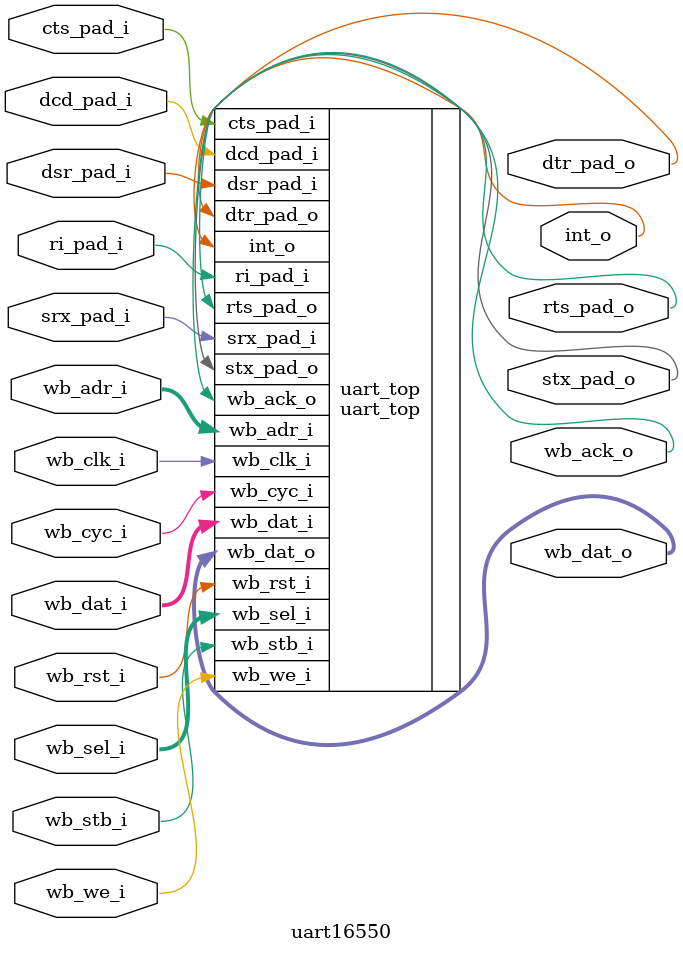
<source format=v>

module uart16550
  (// WISHBONE interface
   input 	wb_clk_i,
   input 	wb_rst_i,
   input [2:0] 	wb_adr_i,
   input [7:0] 	wb_dat_i,
   output [7:0] wb_dat_o,
   input 	wb_we_i,
   input 	wb_stb_i,
   input 	wb_cyc_i,
   input [3:0] 	wb_sel_i,
   output 	wb_ack_o,
   output 	int_o,

   // UART	signals
   input 	srx_pad_i,
   output 	stx_pad_o,
   output 	rts_pad_o,
   input 	cts_pad_i,
   output 	dtr_pad_o,
   input 	dsr_pad_i,
   input 	ri_pad_i,
   input 	dcd_pad_i);

   uart_top uart_top
     (.wb_clk_i (wb_clk_i),
      .wb_rst_i (wb_rst_i),
      .wb_adr_i (wb_adr_i),
      .wb_dat_i (wb_dat_i),
      .wb_dat_o (wb_dat_o),
      .wb_we_i  (wb_we_i),
      .wb_stb_i (wb_stb_i),
      .wb_cyc_i (wb_cyc_i),
      .wb_sel_i (wb_sel_i),
      .wb_ack_o (wb_ack_o),
      .int_o    (int_o),

      // UART	signals
      .srx_pad_i (srx_pad_i),
      .stx_pad_o (stx_pad_o),
      .rts_pad_o (rts_pad_o),
      .cts_pad_i (cts_pad_i),
      .dtr_pad_o (dtr_pad_o),
      .dsr_pad_i (dsr_pad_i),
      .ri_pad_i  (ri_pad_i),
      .dcd_pad_i (dcd_pad_i));

endmodule



</source>
